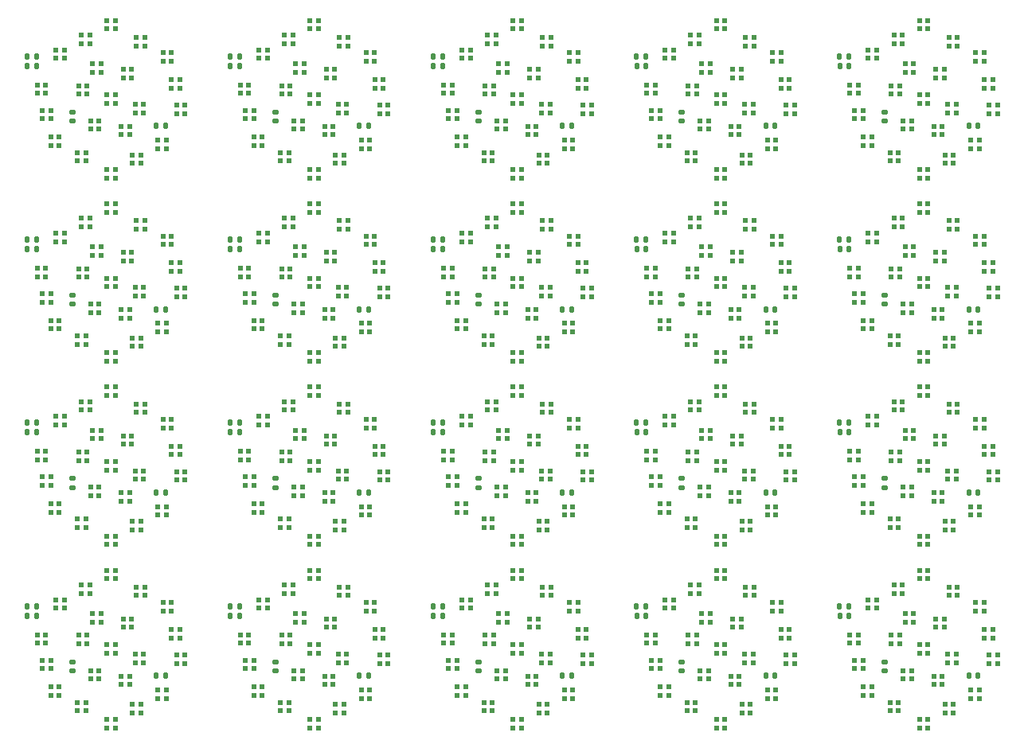
<source format=gbr>
%TF.GenerationSoftware,KiCad,Pcbnew,8.0.4*%
%TF.CreationDate,2024-10-17T13:25:31+11:00*%
%TF.ProjectId,panel,70616e65-6c2e-46b6-9963-61645f706362,rev?*%
%TF.SameCoordinates,Original*%
%TF.FileFunction,Paste,Top*%
%TF.FilePolarity,Positive*%
%FSLAX46Y46*%
G04 Gerber Fmt 4.6, Leading zero omitted, Abs format (unit mm)*
G04 Created by KiCad (PCBNEW 8.0.4) date 2024-10-17 13:25:31*
%MOMM*%
%LPD*%
G01*
G04 APERTURE LIST*
G04 Aperture macros list*
%AMRoundRect*
0 Rectangle with rounded corners*
0 $1 Rounding radius*
0 $2 $3 $4 $5 $6 $7 $8 $9 X,Y pos of 4 corners*
0 Add a 4 corners polygon primitive as box body*
4,1,4,$2,$3,$4,$5,$6,$7,$8,$9,$2,$3,0*
0 Add four circle primitives for the rounded corners*
1,1,$1+$1,$2,$3*
1,1,$1+$1,$4,$5*
1,1,$1+$1,$6,$7*
1,1,$1+$1,$8,$9*
0 Add four rect primitives between the rounded corners*
20,1,$1+$1,$2,$3,$4,$5,0*
20,1,$1+$1,$4,$5,$6,$7,0*
20,1,$1+$1,$6,$7,$8,$9,0*
20,1,$1+$1,$8,$9,$2,$3,0*%
G04 Aperture macros list end*
%ADD10RoundRect,0.140000X-0.140000X-0.170000X0.140000X-0.170000X0.140000X0.170000X-0.140000X0.170000X0*%
%ADD11R,0.500000X0.500000*%
%ADD12RoundRect,0.140000X0.170000X-0.140000X0.170000X0.140000X-0.170000X0.140000X-0.170000X-0.140000X0*%
%ADD13RoundRect,0.135000X0.135000X0.185000X-0.135000X0.185000X-0.135000X-0.185000X0.135000X-0.185000X0*%
G04 APERTURE END LIST*
D10*
%TO.C,C1*%
X95280000Y-52194000D03*
X96240000Y-52194000D03*
%TD*%
%TO.C,C2*%
X87396000Y-39102000D03*
X88356000Y-39102000D03*
%TD*%
D11*
%TO.C,D20*%
X18888928Y-40030127D03*
X19788928Y-40030127D03*
X19788928Y-39130127D03*
X18888928Y-39130127D03*
%TD*%
%TO.C,D4*%
X106875000Y-29665653D03*
X106875000Y-30565653D03*
X107775000Y-30565653D03*
X107775000Y-29665653D03*
%TD*%
%TO.C,D4*%
X85275000Y-68665653D03*
X85275000Y-69565653D03*
X86175000Y-69565653D03*
X86175000Y-68665653D03*
%TD*%
%TO.C,D21*%
X20356527Y-57200000D03*
X21256527Y-57200000D03*
X21256527Y-56300000D03*
X20356527Y-56300000D03*
%TD*%
%TO.C,D16*%
X102211072Y-33369873D03*
X103111072Y-33369873D03*
X103111072Y-32469873D03*
X102211072Y-32469873D03*
%TD*%
%TO.C,D16*%
X59011072Y-72369873D03*
X59911072Y-72369873D03*
X59911072Y-71469873D03*
X59011072Y-71469873D03*
%TD*%
%TO.C,D18*%
X103750000Y-55300000D03*
X103750000Y-56200000D03*
X104650000Y-56200000D03*
X104650000Y-55300000D03*
%TD*%
%TO.C,D5*%
X44918750Y-70307493D03*
X44918750Y-71207493D03*
X45818750Y-71207493D03*
X45818750Y-70307493D03*
%TD*%
%TO.C,D12*%
X77081250Y-41192507D03*
X77081250Y-40292507D03*
X76181250Y-40292507D03*
X76181250Y-41192507D03*
%TD*%
%TO.C,D17*%
X83880536Y-13552405D03*
X83880536Y-14452405D03*
X84780536Y-14452405D03*
X84780536Y-13552405D03*
%TD*%
%TO.C,D2*%
X101031250Y-29431105D03*
X101031250Y-30331105D03*
X101931250Y-30331105D03*
X101931250Y-29431105D03*
%TD*%
%TO.C,D19*%
X102019464Y-58047595D03*
X102019464Y-58947595D03*
X102919464Y-58947595D03*
X102919464Y-58047595D03*
%TD*%
%TO.C,D8*%
X45287500Y-21999224D03*
X45287500Y-21099224D03*
X44387500Y-21099224D03*
X44387500Y-21999224D03*
%TD*%
%TO.C,D6*%
X24225000Y-53669726D03*
X24225000Y-54569726D03*
X25125000Y-54569726D03*
X25125000Y-53669726D03*
%TD*%
D10*
%TO.C,C2*%
X22596000Y-58602000D03*
X23556000Y-58602000D03*
%TD*%
%TO.C,C2*%
X65796000Y-78102000D03*
X66756000Y-78102000D03*
%TD*%
D11*
%TO.C,D10*%
X18250000Y-83638566D03*
X18250000Y-82738566D03*
X17350000Y-82738566D03*
X17350000Y-83638566D03*
%TD*%
%TO.C,D8*%
X110087500Y-60999224D03*
X110087500Y-60099224D03*
X109187500Y-60099224D03*
X109187500Y-60999224D03*
%TD*%
D12*
%TO.C,C3*%
X13678000Y-77566000D03*
X13678000Y-76606000D03*
%TD*%
D11*
%TO.C,D6*%
X67425000Y-73169726D03*
X67425000Y-74069726D03*
X68325000Y-74069726D03*
X68325000Y-73169726D03*
%TD*%
%TO.C,D3*%
X82150000Y-66861434D03*
X82150000Y-67761434D03*
X83050000Y-67761434D03*
X83050000Y-66861434D03*
%TD*%
%TO.C,D3*%
X103750000Y-8361434D03*
X103750000Y-9261434D03*
X104650000Y-9261434D03*
X104650000Y-8361434D03*
%TD*%
%TO.C,D17*%
X19080536Y-52552405D03*
X19080536Y-53452405D03*
X19980536Y-53452405D03*
X19980536Y-52552405D03*
%TD*%
%TO.C,D5*%
X88118750Y-31307493D03*
X88118750Y-32207493D03*
X89018750Y-32207493D03*
X89018750Y-31307493D03*
%TD*%
%TO.C,D3*%
X17350000Y-8361434D03*
X17350000Y-9261434D03*
X18250000Y-9261434D03*
X18250000Y-8361434D03*
%TD*%
%TO.C,D7*%
X24756250Y-75869578D03*
X24756250Y-76769578D03*
X25656250Y-76769578D03*
X25656250Y-75869578D03*
%TD*%
%TO.C,D19*%
X80419464Y-38547595D03*
X80419464Y-39447595D03*
X81319464Y-39447595D03*
X81319464Y-38547595D03*
%TD*%
%TO.C,D18*%
X82150000Y-35800000D03*
X82150000Y-36700000D03*
X83050000Y-36700000D03*
X83050000Y-35800000D03*
%TD*%
%TO.C,D7*%
X24756250Y-56369578D03*
X24756250Y-57269578D03*
X25656250Y-57269578D03*
X25656250Y-56369578D03*
%TD*%
%TO.C,D19*%
X37219464Y-38547595D03*
X37219464Y-39447595D03*
X38119464Y-39447595D03*
X38119464Y-38547595D03*
%TD*%
%TO.C,D8*%
X66887500Y-80499224D03*
X66887500Y-79599224D03*
X65987500Y-79599224D03*
X65987500Y-80499224D03*
%TD*%
D13*
%TO.C,R1*%
X9870000Y-70678000D03*
X8850000Y-70678000D03*
%TD*%
D11*
%TO.C,D10*%
X83050000Y-25138566D03*
X83050000Y-24238566D03*
X82150000Y-24238566D03*
X82150000Y-25138566D03*
%TD*%
%TO.C,D17*%
X19080536Y-13552405D03*
X19080536Y-14452405D03*
X19980536Y-14452405D03*
X19980536Y-13552405D03*
%TD*%
%TO.C,D9*%
X107368750Y-82068895D03*
X107368750Y-81168895D03*
X106468750Y-81168895D03*
X106468750Y-82068895D03*
%TD*%
%TO.C,D17*%
X105480536Y-13552405D03*
X105480536Y-14452405D03*
X106380536Y-14452405D03*
X106380536Y-13552405D03*
%TD*%
%TO.C,D10*%
X83050000Y-64138566D03*
X83050000Y-63238566D03*
X82150000Y-63238566D03*
X82150000Y-64138566D03*
%TD*%
%TO.C,D21*%
X106756527Y-57200000D03*
X107656527Y-57200000D03*
X107656527Y-56300000D03*
X106756527Y-56300000D03*
%TD*%
D13*
%TO.C,R1*%
X31470000Y-70678000D03*
X30450000Y-70678000D03*
%TD*%
D11*
%TO.C,D14*%
X10843750Y-55130422D03*
X10843750Y-54230422D03*
X9943750Y-54230422D03*
X9943750Y-55130422D03*
%TD*%
D10*
%TO.C,C1*%
X30480000Y-32694000D03*
X31440000Y-32694000D03*
%TD*%
D11*
%TO.C,D5*%
X88118750Y-50807493D03*
X88118750Y-51707493D03*
X89018750Y-51707493D03*
X89018750Y-50807493D03*
%TD*%
%TO.C,D4*%
X63675000Y-29665653D03*
X63675000Y-30565653D03*
X64575000Y-30565653D03*
X64575000Y-29665653D03*
%TD*%
%TO.C,D1*%
X33512500Y-31000776D03*
X33512500Y-31900776D03*
X34412500Y-31900776D03*
X34412500Y-31000776D03*
%TD*%
%TO.C,D12*%
X33881250Y-41192507D03*
X33881250Y-40292507D03*
X32981250Y-40292507D03*
X32981250Y-41192507D03*
%TD*%
%TO.C,D8*%
X66887500Y-21999224D03*
X66887500Y-21099224D03*
X65987500Y-21099224D03*
X65987500Y-21999224D03*
%TD*%
%TO.C,D16*%
X15811072Y-33369873D03*
X16711072Y-33369873D03*
X16711072Y-32469873D03*
X15811072Y-32469873D03*
%TD*%
D10*
%TO.C,C2*%
X108996000Y-78102000D03*
X109956000Y-78102000D03*
%TD*%
D11*
%TO.C,D11*%
X79925000Y-81834347D03*
X79925000Y-80934347D03*
X79025000Y-80934347D03*
X79025000Y-81834347D03*
%TD*%
%TO.C,D11*%
X101525000Y-81834347D03*
X101525000Y-80934347D03*
X100625000Y-80934347D03*
X100625000Y-81834347D03*
%TD*%
D10*
%TO.C,C2*%
X44196000Y-58602000D03*
X45156000Y-58602000D03*
%TD*%
D11*
%TO.C,D20*%
X105288928Y-40030127D03*
X106188928Y-40030127D03*
X106188928Y-39130127D03*
X105288928Y-39130127D03*
%TD*%
%TO.C,D5*%
X109718750Y-70307493D03*
X109718750Y-71207493D03*
X110618750Y-71207493D03*
X110618750Y-70307493D03*
%TD*%
D13*
%TO.C,R1*%
X31470000Y-31678000D03*
X30450000Y-31678000D03*
%TD*%
D11*
%TO.C,D9*%
X20968750Y-43068895D03*
X20968750Y-42168895D03*
X20068750Y-42168895D03*
X20068750Y-43068895D03*
%TD*%
%TO.C,D14*%
X32443750Y-16130422D03*
X32443750Y-15230422D03*
X31543750Y-15230422D03*
X31543750Y-16130422D03*
%TD*%
%TO.C,D15*%
X14343473Y-35700000D03*
X15243473Y-35700000D03*
X15243473Y-34800000D03*
X14343473Y-34800000D03*
%TD*%
%TO.C,D20*%
X62088928Y-20530127D03*
X62988928Y-20530127D03*
X62988928Y-19630127D03*
X62088928Y-19630127D03*
%TD*%
%TO.C,D2*%
X14631250Y-9931105D03*
X14631250Y-10831105D03*
X15531250Y-10831105D03*
X15531250Y-9931105D03*
%TD*%
%TO.C,D13*%
X11375000Y-77330274D03*
X11375000Y-76430274D03*
X10475000Y-76430274D03*
X10475000Y-77330274D03*
%TD*%
%TO.C,D2*%
X79431250Y-29431105D03*
X79431250Y-30331105D03*
X80331250Y-30331105D03*
X80331250Y-29431105D03*
%TD*%
%TO.C,D3*%
X82150000Y-47361434D03*
X82150000Y-48261434D03*
X83050000Y-48261434D03*
X83050000Y-47361434D03*
%TD*%
%TO.C,D12*%
X98681250Y-21692507D03*
X98681250Y-20792507D03*
X97781250Y-20792507D03*
X97781250Y-21692507D03*
%TD*%
%TO.C,D6*%
X24225000Y-34169726D03*
X24225000Y-35069726D03*
X25125000Y-35069726D03*
X25125000Y-34169726D03*
%TD*%
%TO.C,D16*%
X102211072Y-13869873D03*
X103111072Y-13869873D03*
X103111072Y-12969873D03*
X102211072Y-12969873D03*
%TD*%
%TO.C,D15*%
X35943473Y-16200000D03*
X36843473Y-16200000D03*
X36843473Y-15300000D03*
X35943473Y-15300000D03*
%TD*%
%TO.C,D5*%
X23318750Y-31307493D03*
X23318750Y-32207493D03*
X24218750Y-32207493D03*
X24218750Y-31307493D03*
%TD*%
%TO.C,D7*%
X111156250Y-56369578D03*
X111156250Y-57269578D03*
X112056250Y-57269578D03*
X112056250Y-56369578D03*
%TD*%
%TO.C,D13*%
X11375000Y-57830274D03*
X11375000Y-56930274D03*
X10475000Y-56930274D03*
X10475000Y-57830274D03*
%TD*%
%TO.C,D11*%
X101525000Y-62334347D03*
X101525000Y-61434347D03*
X100625000Y-61434347D03*
X100625000Y-62334347D03*
%TD*%
%TO.C,D13*%
X11375000Y-38330274D03*
X11375000Y-37430274D03*
X10475000Y-37430274D03*
X10475000Y-38330274D03*
%TD*%
%TO.C,D7*%
X46356250Y-56369578D03*
X46356250Y-57269578D03*
X47256250Y-57269578D03*
X47256250Y-56369578D03*
%TD*%
%TO.C,D4*%
X106875000Y-68665653D03*
X106875000Y-69565653D03*
X107775000Y-69565653D03*
X107775000Y-68665653D03*
%TD*%
%TO.C,D8*%
X88487500Y-41499224D03*
X88487500Y-40599224D03*
X87587500Y-40599224D03*
X87587500Y-41499224D03*
%TD*%
%TO.C,D21*%
X106756527Y-18200000D03*
X107656527Y-18200000D03*
X107656527Y-17300000D03*
X106756527Y-17300000D03*
%TD*%
%TO.C,D18*%
X103750000Y-35800000D03*
X103750000Y-36700000D03*
X104650000Y-36700000D03*
X104650000Y-35800000D03*
%TD*%
%TO.C,D15*%
X57543473Y-74700000D03*
X58443473Y-74700000D03*
X58443473Y-73800000D03*
X57543473Y-73800000D03*
%TD*%
%TO.C,D9*%
X20968750Y-62568895D03*
X20968750Y-61668895D03*
X20068750Y-61668895D03*
X20068750Y-62568895D03*
%TD*%
%TO.C,D7*%
X67956250Y-17369578D03*
X67956250Y-18269578D03*
X68856250Y-18269578D03*
X68856250Y-17369578D03*
%TD*%
%TO.C,D21*%
X63556527Y-57200000D03*
X64456527Y-57200000D03*
X64456527Y-56300000D03*
X63556527Y-56300000D03*
%TD*%
%TO.C,D18*%
X38950000Y-16300000D03*
X38950000Y-17200000D03*
X39850000Y-17200000D03*
X39850000Y-16300000D03*
%TD*%
%TO.C,D21*%
X20356527Y-18200000D03*
X21256527Y-18200000D03*
X21256527Y-17300000D03*
X20356527Y-17300000D03*
%TD*%
%TO.C,D6*%
X67425000Y-34169726D03*
X67425000Y-35069726D03*
X68325000Y-35069726D03*
X68325000Y-34169726D03*
%TD*%
%TO.C,D19*%
X58819464Y-19047595D03*
X58819464Y-19947595D03*
X59719464Y-19947595D03*
X59719464Y-19047595D03*
%TD*%
%TO.C,D3*%
X60550000Y-27861434D03*
X60550000Y-28761434D03*
X61450000Y-28761434D03*
X61450000Y-27861434D03*
%TD*%
%TO.C,D14*%
X97243750Y-55130422D03*
X97243750Y-54230422D03*
X96343750Y-54230422D03*
X96343750Y-55130422D03*
%TD*%
%TO.C,D2*%
X79431250Y-9931105D03*
X79431250Y-10831105D03*
X80331250Y-10831105D03*
X80331250Y-9931105D03*
%TD*%
%TO.C,D1*%
X98312500Y-31000776D03*
X98312500Y-31900776D03*
X99212500Y-31900776D03*
X99212500Y-31000776D03*
%TD*%
%TO.C,D16*%
X15811072Y-52869873D03*
X16711072Y-52869873D03*
X16711072Y-51969873D03*
X15811072Y-51969873D03*
%TD*%
%TO.C,D5*%
X109718750Y-31307493D03*
X109718750Y-32207493D03*
X110618750Y-32207493D03*
X110618750Y-31307493D03*
%TD*%
%TO.C,D16*%
X37411072Y-52869873D03*
X38311072Y-52869873D03*
X38311072Y-51969873D03*
X37411072Y-51969873D03*
%TD*%
%TO.C,D8*%
X110087500Y-41499224D03*
X110087500Y-40599224D03*
X109187500Y-40599224D03*
X109187500Y-41499224D03*
%TD*%
%TO.C,D17*%
X19080536Y-33052405D03*
X19080536Y-33952405D03*
X19980536Y-33952405D03*
X19980536Y-33052405D03*
%TD*%
%TO.C,D1*%
X55112500Y-70000776D03*
X55112500Y-70900776D03*
X56012500Y-70900776D03*
X56012500Y-70000776D03*
%TD*%
%TO.C,D19*%
X102019464Y-19047595D03*
X102019464Y-19947595D03*
X102919464Y-19947595D03*
X102919464Y-19047595D03*
%TD*%
D12*
%TO.C,C3*%
X100078000Y-58066000D03*
X100078000Y-57106000D03*
%TD*%
D11*
%TO.C,D1*%
X76712500Y-50500776D03*
X76712500Y-51400776D03*
X77612500Y-51400776D03*
X77612500Y-50500776D03*
%TD*%
%TO.C,D16*%
X15811072Y-13869873D03*
X16711072Y-13869873D03*
X16711072Y-12969873D03*
X15811072Y-12969873D03*
%TD*%
D10*
%TO.C,C2*%
X108996000Y-19602000D03*
X109956000Y-19602000D03*
%TD*%
D11*
%TO.C,D9*%
X20968750Y-23568895D03*
X20968750Y-22668895D03*
X20068750Y-22668895D03*
X20068750Y-23568895D03*
%TD*%
D10*
%TO.C,C1*%
X95280000Y-13194000D03*
X96240000Y-13194000D03*
%TD*%
D11*
%TO.C,D11*%
X58325000Y-42834347D03*
X58325000Y-41934347D03*
X57425000Y-41934347D03*
X57425000Y-42834347D03*
%TD*%
%TO.C,D21*%
X20356527Y-37700000D03*
X21256527Y-37700000D03*
X21256527Y-36800000D03*
X20356527Y-36800000D03*
%TD*%
%TO.C,D11*%
X36725000Y-23334347D03*
X36725000Y-22434347D03*
X35825000Y-22434347D03*
X35825000Y-23334347D03*
%TD*%
%TO.C,D6*%
X110625000Y-34169726D03*
X110625000Y-35069726D03*
X111525000Y-35069726D03*
X111525000Y-34169726D03*
%TD*%
%TO.C,D6*%
X67425000Y-53669726D03*
X67425000Y-54569726D03*
X68325000Y-54569726D03*
X68325000Y-53669726D03*
%TD*%
%TO.C,D3*%
X103750000Y-27861434D03*
X103750000Y-28761434D03*
X104650000Y-28761434D03*
X104650000Y-27861434D03*
%TD*%
D12*
%TO.C,C3*%
X78478000Y-38566000D03*
X78478000Y-37606000D03*
%TD*%
D11*
%TO.C,D20*%
X62088928Y-79030127D03*
X62988928Y-79030127D03*
X62988928Y-78130127D03*
X62088928Y-78130127D03*
%TD*%
%TO.C,D17*%
X62280536Y-72052405D03*
X62280536Y-72952405D03*
X63180536Y-72952405D03*
X63180536Y-72052405D03*
%TD*%
%TO.C,D17*%
X62280536Y-33052405D03*
X62280536Y-33952405D03*
X63180536Y-33952405D03*
X63180536Y-33052405D03*
%TD*%
%TO.C,D12*%
X12281250Y-41192507D03*
X12281250Y-40292507D03*
X11381250Y-40292507D03*
X11381250Y-41192507D03*
%TD*%
D10*
%TO.C,C2*%
X44196000Y-39102000D03*
X45156000Y-39102000D03*
%TD*%
D11*
%TO.C,D19*%
X37219464Y-58047595D03*
X37219464Y-58947595D03*
X38119464Y-58947595D03*
X38119464Y-58047595D03*
%TD*%
D10*
%TO.C,C2*%
X108996000Y-58602000D03*
X109956000Y-58602000D03*
%TD*%
D11*
%TO.C,D21*%
X85156527Y-18200000D03*
X86056527Y-18200000D03*
X86056527Y-17300000D03*
X85156527Y-17300000D03*
%TD*%
%TO.C,D5*%
X88118750Y-70307493D03*
X88118750Y-71207493D03*
X89018750Y-71207493D03*
X89018750Y-70307493D03*
%TD*%
%TO.C,D20*%
X62088928Y-59530127D03*
X62988928Y-59530127D03*
X62988928Y-58630127D03*
X62088928Y-58630127D03*
%TD*%
%TO.C,D4*%
X85275000Y-10165653D03*
X85275000Y-11065653D03*
X86175000Y-11065653D03*
X86175000Y-10165653D03*
%TD*%
D13*
%TO.C,R1*%
X96270000Y-51178000D03*
X95250000Y-51178000D03*
%TD*%
D11*
%TO.C,D16*%
X80611072Y-13869873D03*
X81511072Y-13869873D03*
X81511072Y-12969873D03*
X80611072Y-12969873D03*
%TD*%
%TO.C,D3*%
X60550000Y-8361434D03*
X60550000Y-9261434D03*
X61450000Y-9261434D03*
X61450000Y-8361434D03*
%TD*%
%TO.C,D5*%
X66518750Y-11807493D03*
X66518750Y-12707493D03*
X67418750Y-12707493D03*
X67418750Y-11807493D03*
%TD*%
%TO.C,D17*%
X83880536Y-52552405D03*
X83880536Y-53452405D03*
X84780536Y-53452405D03*
X84780536Y-52552405D03*
%TD*%
%TO.C,D8*%
X88487500Y-60999224D03*
X88487500Y-60099224D03*
X87587500Y-60099224D03*
X87587500Y-60999224D03*
%TD*%
%TO.C,D15*%
X79143473Y-55200000D03*
X80043473Y-55200000D03*
X80043473Y-54300000D03*
X79143473Y-54300000D03*
%TD*%
%TO.C,D10*%
X39850000Y-25138566D03*
X39850000Y-24238566D03*
X38950000Y-24238566D03*
X38950000Y-25138566D03*
%TD*%
%TO.C,D5*%
X23318750Y-50807493D03*
X23318750Y-51707493D03*
X24218750Y-51707493D03*
X24218750Y-50807493D03*
%TD*%
D12*
%TO.C,C3*%
X100078000Y-38566000D03*
X100078000Y-37606000D03*
%TD*%
D11*
%TO.C,D8*%
X88487500Y-21999224D03*
X88487500Y-21099224D03*
X87587500Y-21099224D03*
X87587500Y-21999224D03*
%TD*%
%TO.C,D8*%
X88487500Y-80499224D03*
X88487500Y-79599224D03*
X87587500Y-79599224D03*
X87587500Y-80499224D03*
%TD*%
%TO.C,D15*%
X14343473Y-16200000D03*
X15243473Y-16200000D03*
X15243473Y-15300000D03*
X14343473Y-15300000D03*
%TD*%
D10*
%TO.C,C1*%
X52080000Y-71694000D03*
X53040000Y-71694000D03*
%TD*%
D11*
%TO.C,D20*%
X83688928Y-20530127D03*
X84588928Y-20530127D03*
X84588928Y-19630127D03*
X83688928Y-19630127D03*
%TD*%
D12*
%TO.C,C3*%
X35278000Y-19066000D03*
X35278000Y-18106000D03*
%TD*%
D11*
%TO.C,D21*%
X63556527Y-37700000D03*
X64456527Y-37700000D03*
X64456527Y-36800000D03*
X63556527Y-36800000D03*
%TD*%
D10*
%TO.C,C2*%
X87396000Y-58602000D03*
X88356000Y-58602000D03*
%TD*%
D11*
%TO.C,D15*%
X100743473Y-16200000D03*
X101643473Y-16200000D03*
X101643473Y-15300000D03*
X100743473Y-15300000D03*
%TD*%
%TO.C,D7*%
X111156250Y-36869578D03*
X111156250Y-37769578D03*
X112056250Y-37769578D03*
X112056250Y-36869578D03*
%TD*%
%TO.C,D1*%
X33512500Y-70000776D03*
X33512500Y-70900776D03*
X34412500Y-70900776D03*
X34412500Y-70000776D03*
%TD*%
%TO.C,D18*%
X17350000Y-74800000D03*
X17350000Y-75700000D03*
X18250000Y-75700000D03*
X18250000Y-74800000D03*
%TD*%
%TO.C,D9*%
X64168750Y-62568895D03*
X64168750Y-61668895D03*
X63268750Y-61668895D03*
X63268750Y-62568895D03*
%TD*%
%TO.C,D9*%
X107368750Y-23568895D03*
X107368750Y-22668895D03*
X106468750Y-22668895D03*
X106468750Y-23568895D03*
%TD*%
%TO.C,D6*%
X45825000Y-34169726D03*
X45825000Y-35069726D03*
X46725000Y-35069726D03*
X46725000Y-34169726D03*
%TD*%
%TO.C,D9*%
X85768750Y-23568895D03*
X85768750Y-22668895D03*
X84868750Y-22668895D03*
X84868750Y-23568895D03*
%TD*%
%TO.C,D12*%
X77081250Y-60692507D03*
X77081250Y-59792507D03*
X76181250Y-59792507D03*
X76181250Y-60692507D03*
%TD*%
%TO.C,D19*%
X37219464Y-19047595D03*
X37219464Y-19947595D03*
X38119464Y-19947595D03*
X38119464Y-19047595D03*
%TD*%
%TO.C,D20*%
X40488928Y-20530127D03*
X41388928Y-20530127D03*
X41388928Y-19630127D03*
X40488928Y-19630127D03*
%TD*%
D13*
%TO.C,R1*%
X53070000Y-31678000D03*
X52050000Y-31678000D03*
%TD*%
D11*
%TO.C,D15*%
X35943473Y-55200000D03*
X36843473Y-55200000D03*
X36843473Y-54300000D03*
X35943473Y-54300000D03*
%TD*%
%TO.C,D1*%
X98312500Y-11500776D03*
X98312500Y-12400776D03*
X99212500Y-12400776D03*
X99212500Y-11500776D03*
%TD*%
%TO.C,D6*%
X89025000Y-53669726D03*
X89025000Y-54569726D03*
X89925000Y-54569726D03*
X89925000Y-53669726D03*
%TD*%
%TO.C,D14*%
X54043750Y-16130422D03*
X54043750Y-15230422D03*
X53143750Y-15230422D03*
X53143750Y-16130422D03*
%TD*%
%TO.C,D9*%
X107368750Y-43068895D03*
X107368750Y-42168895D03*
X106468750Y-42168895D03*
X106468750Y-43068895D03*
%TD*%
%TO.C,D10*%
X83050000Y-44638566D03*
X83050000Y-43738566D03*
X82150000Y-43738566D03*
X82150000Y-44638566D03*
%TD*%
%TO.C,D21*%
X63556527Y-76700000D03*
X64456527Y-76700000D03*
X64456527Y-75800000D03*
X63556527Y-75800000D03*
%TD*%
%TO.C,D1*%
X76712500Y-31000776D03*
X76712500Y-31900776D03*
X77612500Y-31900776D03*
X77612500Y-31000776D03*
%TD*%
%TO.C,D5*%
X66518750Y-50807493D03*
X66518750Y-51707493D03*
X67418750Y-51707493D03*
X67418750Y-50807493D03*
%TD*%
%TO.C,D5*%
X66518750Y-31307493D03*
X66518750Y-32207493D03*
X67418750Y-32207493D03*
X67418750Y-31307493D03*
%TD*%
%TO.C,D8*%
X23687500Y-80499224D03*
X23687500Y-79599224D03*
X22787500Y-79599224D03*
X22787500Y-80499224D03*
%TD*%
%TO.C,D1*%
X11912500Y-50500776D03*
X11912500Y-51400776D03*
X12812500Y-51400776D03*
X12812500Y-50500776D03*
%TD*%
D10*
%TO.C,C1*%
X8880000Y-32694000D03*
X9840000Y-32694000D03*
%TD*%
D11*
%TO.C,D18*%
X38950000Y-35800000D03*
X38950000Y-36700000D03*
X39850000Y-36700000D03*
X39850000Y-35800000D03*
%TD*%
%TO.C,D17*%
X105480536Y-52552405D03*
X105480536Y-53452405D03*
X106380536Y-53452405D03*
X106380536Y-52552405D03*
%TD*%
%TO.C,D14*%
X97243750Y-35630422D03*
X97243750Y-34730422D03*
X96343750Y-34730422D03*
X96343750Y-35630422D03*
%TD*%
%TO.C,D10*%
X39850000Y-44638566D03*
X39850000Y-43738566D03*
X38950000Y-43738566D03*
X38950000Y-44638566D03*
%TD*%
%TO.C,D6*%
X67425000Y-14669726D03*
X67425000Y-15569726D03*
X68325000Y-15569726D03*
X68325000Y-14669726D03*
%TD*%
%TO.C,D10*%
X104650000Y-64138566D03*
X104650000Y-63238566D03*
X103750000Y-63238566D03*
X103750000Y-64138566D03*
%TD*%
D10*
%TO.C,C1*%
X73680000Y-52194000D03*
X74640000Y-52194000D03*
%TD*%
D11*
%TO.C,D14*%
X32443750Y-74630422D03*
X32443750Y-73730422D03*
X31543750Y-73730422D03*
X31543750Y-74630422D03*
%TD*%
%TO.C,D16*%
X80611072Y-52869873D03*
X81511072Y-52869873D03*
X81511072Y-51969873D03*
X80611072Y-51969873D03*
%TD*%
%TO.C,D21*%
X41956527Y-76700000D03*
X42856527Y-76700000D03*
X42856527Y-75800000D03*
X41956527Y-75800000D03*
%TD*%
%TO.C,D19*%
X80419464Y-58047595D03*
X80419464Y-58947595D03*
X81319464Y-58947595D03*
X81319464Y-58047595D03*
%TD*%
%TO.C,D18*%
X82150000Y-55300000D03*
X82150000Y-56200000D03*
X83050000Y-56200000D03*
X83050000Y-55300000D03*
%TD*%
%TO.C,D17*%
X83880536Y-72052405D03*
X83880536Y-72952405D03*
X84780536Y-72952405D03*
X84780536Y-72052405D03*
%TD*%
D13*
%TO.C,R1*%
X96270000Y-31678000D03*
X95250000Y-31678000D03*
%TD*%
D11*
%TO.C,D19*%
X15619464Y-38547595D03*
X15619464Y-39447595D03*
X16519464Y-39447595D03*
X16519464Y-38547595D03*
%TD*%
%TO.C,D14*%
X32443750Y-55130422D03*
X32443750Y-54230422D03*
X31543750Y-54230422D03*
X31543750Y-55130422D03*
%TD*%
%TO.C,D8*%
X23687500Y-60999224D03*
X23687500Y-60099224D03*
X22787500Y-60099224D03*
X22787500Y-60999224D03*
%TD*%
%TO.C,D3*%
X38950000Y-27861434D03*
X38950000Y-28761434D03*
X39850000Y-28761434D03*
X39850000Y-27861434D03*
%TD*%
D10*
%TO.C,C1*%
X52080000Y-13194000D03*
X53040000Y-13194000D03*
%TD*%
D11*
%TO.C,D9*%
X85768750Y-43068895D03*
X85768750Y-42168895D03*
X84868750Y-42168895D03*
X84868750Y-43068895D03*
%TD*%
%TO.C,D13*%
X32975000Y-57830274D03*
X32975000Y-56930274D03*
X32075000Y-56930274D03*
X32075000Y-57830274D03*
%TD*%
D10*
%TO.C,C1*%
X8880000Y-52194000D03*
X9840000Y-52194000D03*
%TD*%
D11*
%TO.C,D17*%
X83880536Y-33052405D03*
X83880536Y-33952405D03*
X84780536Y-33952405D03*
X84780536Y-33052405D03*
%TD*%
%TO.C,D2*%
X14631250Y-48931105D03*
X14631250Y-49831105D03*
X15531250Y-49831105D03*
X15531250Y-48931105D03*
%TD*%
%TO.C,D18*%
X38950000Y-55300000D03*
X38950000Y-56200000D03*
X39850000Y-56200000D03*
X39850000Y-55300000D03*
%TD*%
%TO.C,D12*%
X33881250Y-21692507D03*
X33881250Y-20792507D03*
X32981250Y-20792507D03*
X32981250Y-21692507D03*
%TD*%
D12*
%TO.C,C3*%
X56878000Y-19066000D03*
X56878000Y-18106000D03*
%TD*%
D11*
%TO.C,D19*%
X80419464Y-19047595D03*
X80419464Y-19947595D03*
X81319464Y-19947595D03*
X81319464Y-19047595D03*
%TD*%
%TO.C,D13*%
X11375000Y-18830274D03*
X11375000Y-17930274D03*
X10475000Y-17930274D03*
X10475000Y-18830274D03*
%TD*%
%TO.C,D12*%
X98681250Y-80192507D03*
X98681250Y-79292507D03*
X97781250Y-79292507D03*
X97781250Y-80192507D03*
%TD*%
%TO.C,D14*%
X97243750Y-16130422D03*
X97243750Y-15230422D03*
X96343750Y-15230422D03*
X96343750Y-16130422D03*
%TD*%
%TO.C,D17*%
X62280536Y-52552405D03*
X62280536Y-53452405D03*
X63180536Y-53452405D03*
X63180536Y-52552405D03*
%TD*%
D10*
%TO.C,C2*%
X108996000Y-39102000D03*
X109956000Y-39102000D03*
%TD*%
D11*
%TO.C,D7*%
X46356250Y-36869578D03*
X46356250Y-37769578D03*
X47256250Y-37769578D03*
X47256250Y-36869578D03*
%TD*%
%TO.C,D12*%
X33881250Y-60692507D03*
X33881250Y-59792507D03*
X32981250Y-59792507D03*
X32981250Y-60692507D03*
%TD*%
%TO.C,D3*%
X60550000Y-66861434D03*
X60550000Y-67761434D03*
X61450000Y-67761434D03*
X61450000Y-66861434D03*
%TD*%
%TO.C,D10*%
X39850000Y-64138566D03*
X39850000Y-63238566D03*
X38950000Y-63238566D03*
X38950000Y-64138566D03*
%TD*%
%TO.C,D21*%
X85156527Y-37700000D03*
X86056527Y-37700000D03*
X86056527Y-36800000D03*
X85156527Y-36800000D03*
%TD*%
%TO.C,D13*%
X97775000Y-57830274D03*
X97775000Y-56930274D03*
X96875000Y-56930274D03*
X96875000Y-57830274D03*
%TD*%
%TO.C,D4*%
X106875000Y-49165653D03*
X106875000Y-50065653D03*
X107775000Y-50065653D03*
X107775000Y-49165653D03*
%TD*%
%TO.C,D18*%
X17350000Y-35800000D03*
X17350000Y-36700000D03*
X18250000Y-36700000D03*
X18250000Y-35800000D03*
%TD*%
%TO.C,D20*%
X40488928Y-79030127D03*
X41388928Y-79030127D03*
X41388928Y-78130127D03*
X40488928Y-78130127D03*
%TD*%
D12*
%TO.C,C3*%
X13678000Y-38566000D03*
X13678000Y-37606000D03*
%TD*%
D11*
%TO.C,D2*%
X79431250Y-68431105D03*
X79431250Y-69331105D03*
X80331250Y-69331105D03*
X80331250Y-68431105D03*
%TD*%
%TO.C,D4*%
X20475000Y-68665653D03*
X20475000Y-69565653D03*
X21375000Y-69565653D03*
X21375000Y-68665653D03*
%TD*%
%TO.C,D19*%
X58819464Y-38547595D03*
X58819464Y-39447595D03*
X59719464Y-39447595D03*
X59719464Y-38547595D03*
%TD*%
D13*
%TO.C,R1*%
X9870000Y-12178000D03*
X8850000Y-12178000D03*
%TD*%
D11*
%TO.C,D8*%
X66887500Y-41499224D03*
X66887500Y-40599224D03*
X65987500Y-40599224D03*
X65987500Y-41499224D03*
%TD*%
%TO.C,D1*%
X98312500Y-70000776D03*
X98312500Y-70900776D03*
X99212500Y-70900776D03*
X99212500Y-70000776D03*
%TD*%
D10*
%TO.C,C1*%
X8880000Y-71694000D03*
X9840000Y-71694000D03*
%TD*%
D12*
%TO.C,C3*%
X78478000Y-19066000D03*
X78478000Y-18106000D03*
%TD*%
D11*
%TO.C,D7*%
X89556250Y-75869578D03*
X89556250Y-76769578D03*
X90456250Y-76769578D03*
X90456250Y-75869578D03*
%TD*%
%TO.C,D14*%
X54043750Y-35630422D03*
X54043750Y-34730422D03*
X53143750Y-34730422D03*
X53143750Y-35630422D03*
%TD*%
%TO.C,D1*%
X11912500Y-31000776D03*
X11912500Y-31900776D03*
X12812500Y-31900776D03*
X12812500Y-31000776D03*
%TD*%
%TO.C,D8*%
X45287500Y-80499224D03*
X45287500Y-79599224D03*
X44387500Y-79599224D03*
X44387500Y-80499224D03*
%TD*%
%TO.C,D15*%
X57543473Y-55200000D03*
X58443473Y-55200000D03*
X58443473Y-54300000D03*
X57543473Y-54300000D03*
%TD*%
%TO.C,D10*%
X61450000Y-25138566D03*
X61450000Y-24238566D03*
X60550000Y-24238566D03*
X60550000Y-25138566D03*
%TD*%
%TO.C,D6*%
X110625000Y-53669726D03*
X110625000Y-54569726D03*
X111525000Y-54569726D03*
X111525000Y-53669726D03*
%TD*%
%TO.C,D13*%
X54575000Y-77330274D03*
X54575000Y-76430274D03*
X53675000Y-76430274D03*
X53675000Y-77330274D03*
%TD*%
%TO.C,D4*%
X85275000Y-49165653D03*
X85275000Y-50065653D03*
X86175000Y-50065653D03*
X86175000Y-49165653D03*
%TD*%
D10*
%TO.C,C1*%
X73680000Y-71694000D03*
X74640000Y-71694000D03*
%TD*%
D11*
%TO.C,D11*%
X15125000Y-81834347D03*
X15125000Y-80934347D03*
X14225000Y-80934347D03*
X14225000Y-81834347D03*
%TD*%
%TO.C,D18*%
X60550000Y-16300000D03*
X60550000Y-17200000D03*
X61450000Y-17200000D03*
X61450000Y-16300000D03*
%TD*%
%TO.C,D18*%
X38950000Y-74800000D03*
X38950000Y-75700000D03*
X39850000Y-75700000D03*
X39850000Y-74800000D03*
%TD*%
%TO.C,D21*%
X41956527Y-57200000D03*
X42856527Y-57200000D03*
X42856527Y-56300000D03*
X41956527Y-56300000D03*
%TD*%
%TO.C,D16*%
X80611072Y-33369873D03*
X81511072Y-33369873D03*
X81511072Y-32469873D03*
X80611072Y-32469873D03*
%TD*%
%TO.C,D11*%
X36725000Y-62334347D03*
X36725000Y-61434347D03*
X35825000Y-61434347D03*
X35825000Y-62334347D03*
%TD*%
%TO.C,D10*%
X104650000Y-25138566D03*
X104650000Y-24238566D03*
X103750000Y-24238566D03*
X103750000Y-25138566D03*
%TD*%
%TO.C,D1*%
X33512500Y-11500776D03*
X33512500Y-12400776D03*
X34412500Y-12400776D03*
X34412500Y-11500776D03*
%TD*%
D13*
%TO.C,R1*%
X74670000Y-31678000D03*
X73650000Y-31678000D03*
%TD*%
D12*
%TO.C,C3*%
X13678000Y-19066000D03*
X13678000Y-18106000D03*
%TD*%
D11*
%TO.C,D18*%
X17350000Y-16300000D03*
X17350000Y-17200000D03*
X18250000Y-17200000D03*
X18250000Y-16300000D03*
%TD*%
%TO.C,D9*%
X64168750Y-43068895D03*
X64168750Y-42168895D03*
X63268750Y-42168895D03*
X63268750Y-43068895D03*
%TD*%
%TO.C,D13*%
X54575000Y-57830274D03*
X54575000Y-56930274D03*
X53675000Y-56930274D03*
X53675000Y-57830274D03*
%TD*%
%TO.C,D17*%
X40680536Y-13552405D03*
X40680536Y-14452405D03*
X41580536Y-14452405D03*
X41580536Y-13552405D03*
%TD*%
%TO.C,D13*%
X97775000Y-77330274D03*
X97775000Y-76430274D03*
X96875000Y-76430274D03*
X96875000Y-77330274D03*
%TD*%
%TO.C,D2*%
X57831250Y-48931105D03*
X57831250Y-49831105D03*
X58731250Y-49831105D03*
X58731250Y-48931105D03*
%TD*%
%TO.C,D11*%
X58325000Y-23334347D03*
X58325000Y-22434347D03*
X57425000Y-22434347D03*
X57425000Y-23334347D03*
%TD*%
%TO.C,D11*%
X15125000Y-42834347D03*
X15125000Y-41934347D03*
X14225000Y-41934347D03*
X14225000Y-42834347D03*
%TD*%
%TO.C,D11*%
X79925000Y-23334347D03*
X79925000Y-22434347D03*
X79025000Y-22434347D03*
X79025000Y-23334347D03*
%TD*%
%TO.C,D13*%
X32975000Y-38330274D03*
X32975000Y-37430274D03*
X32075000Y-37430274D03*
X32075000Y-38330274D03*
%TD*%
%TO.C,D10*%
X61450000Y-64138566D03*
X61450000Y-63238566D03*
X60550000Y-63238566D03*
X60550000Y-64138566D03*
%TD*%
%TO.C,D10*%
X18250000Y-44638566D03*
X18250000Y-43738566D03*
X17350000Y-43738566D03*
X17350000Y-44638566D03*
%TD*%
%TO.C,D20*%
X18888928Y-20530127D03*
X19788928Y-20530127D03*
X19788928Y-19630127D03*
X18888928Y-19630127D03*
%TD*%
%TO.C,D7*%
X24756250Y-36869578D03*
X24756250Y-37769578D03*
X25656250Y-37769578D03*
X25656250Y-36869578D03*
%TD*%
%TO.C,D16*%
X80611072Y-72369873D03*
X81511072Y-72369873D03*
X81511072Y-71469873D03*
X80611072Y-71469873D03*
%TD*%
%TO.C,D14*%
X54043750Y-74630422D03*
X54043750Y-73730422D03*
X53143750Y-73730422D03*
X53143750Y-74630422D03*
%TD*%
%TO.C,D12*%
X12281250Y-60692507D03*
X12281250Y-59792507D03*
X11381250Y-59792507D03*
X11381250Y-60692507D03*
%TD*%
%TO.C,D5*%
X44918750Y-11807493D03*
X44918750Y-12707493D03*
X45818750Y-12707493D03*
X45818750Y-11807493D03*
%TD*%
%TO.C,D10*%
X61450000Y-44638566D03*
X61450000Y-43738566D03*
X60550000Y-43738566D03*
X60550000Y-44638566D03*
%TD*%
%TO.C,D7*%
X67956250Y-75869578D03*
X67956250Y-76769578D03*
X68856250Y-76769578D03*
X68856250Y-75869578D03*
%TD*%
%TO.C,D8*%
X23687500Y-41499224D03*
X23687500Y-40599224D03*
X22787500Y-40599224D03*
X22787500Y-41499224D03*
%TD*%
D10*
%TO.C,C1*%
X95280000Y-32694000D03*
X96240000Y-32694000D03*
%TD*%
D11*
%TO.C,D2*%
X101031250Y-48931105D03*
X101031250Y-49831105D03*
X101931250Y-49831105D03*
X101931250Y-48931105D03*
%TD*%
%TO.C,D19*%
X58819464Y-58047595D03*
X58819464Y-58947595D03*
X59719464Y-58947595D03*
X59719464Y-58047595D03*
%TD*%
%TO.C,D20*%
X105288928Y-59530127D03*
X106188928Y-59530127D03*
X106188928Y-58630127D03*
X105288928Y-58630127D03*
%TD*%
D10*
%TO.C,C2*%
X87396000Y-78102000D03*
X88356000Y-78102000D03*
%TD*%
D13*
%TO.C,R1*%
X53070000Y-12178000D03*
X52050000Y-12178000D03*
%TD*%
D11*
%TO.C,D19*%
X58819464Y-77547595D03*
X58819464Y-78447595D03*
X59719464Y-78447595D03*
X59719464Y-77547595D03*
%TD*%
%TO.C,D3*%
X103750000Y-47361434D03*
X103750000Y-48261434D03*
X104650000Y-48261434D03*
X104650000Y-47361434D03*
%TD*%
%TO.C,D19*%
X15619464Y-77547595D03*
X15619464Y-78447595D03*
X16519464Y-78447595D03*
X16519464Y-77547595D03*
%TD*%
D12*
%TO.C,C3*%
X13678000Y-58066000D03*
X13678000Y-57106000D03*
%TD*%
D11*
%TO.C,D12*%
X33881250Y-80192507D03*
X33881250Y-79292507D03*
X32981250Y-79292507D03*
X32981250Y-80192507D03*
%TD*%
%TO.C,D2*%
X14631250Y-29431105D03*
X14631250Y-30331105D03*
X15531250Y-30331105D03*
X15531250Y-29431105D03*
%TD*%
D10*
%TO.C,C2*%
X87396000Y-19602000D03*
X88356000Y-19602000D03*
%TD*%
D11*
%TO.C,D18*%
X17350000Y-55300000D03*
X17350000Y-56200000D03*
X18250000Y-56200000D03*
X18250000Y-55300000D03*
%TD*%
%TO.C,D19*%
X102019464Y-38547595D03*
X102019464Y-39447595D03*
X102919464Y-39447595D03*
X102919464Y-38547595D03*
%TD*%
%TO.C,D15*%
X100743473Y-55200000D03*
X101643473Y-55200000D03*
X101643473Y-54300000D03*
X100743473Y-54300000D03*
%TD*%
%TO.C,D9*%
X85768750Y-62568895D03*
X85768750Y-61668895D03*
X84868750Y-61668895D03*
X84868750Y-62568895D03*
%TD*%
%TO.C,D9*%
X42568750Y-82068895D03*
X42568750Y-81168895D03*
X41668750Y-81168895D03*
X41668750Y-82068895D03*
%TD*%
%TO.C,D8*%
X66887500Y-60999224D03*
X66887500Y-60099224D03*
X65987500Y-60099224D03*
X65987500Y-60999224D03*
%TD*%
%TO.C,D16*%
X15811072Y-72369873D03*
X16711072Y-72369873D03*
X16711072Y-71469873D03*
X15811072Y-71469873D03*
%TD*%
D12*
%TO.C,C3*%
X35278000Y-58066000D03*
X35278000Y-57106000D03*
%TD*%
D11*
%TO.C,D18*%
X60550000Y-74800000D03*
X60550000Y-75700000D03*
X61450000Y-75700000D03*
X61450000Y-74800000D03*
%TD*%
%TO.C,D11*%
X58325000Y-62334347D03*
X58325000Y-61434347D03*
X57425000Y-61434347D03*
X57425000Y-62334347D03*
%TD*%
%TO.C,D12*%
X12281250Y-21692507D03*
X12281250Y-20792507D03*
X11381250Y-20792507D03*
X11381250Y-21692507D03*
%TD*%
%TO.C,D3*%
X82150000Y-27861434D03*
X82150000Y-28761434D03*
X83050000Y-28761434D03*
X83050000Y-27861434D03*
%TD*%
D10*
%TO.C,C1*%
X52080000Y-32694000D03*
X53040000Y-32694000D03*
%TD*%
D12*
%TO.C,C3*%
X56878000Y-58066000D03*
X56878000Y-57106000D03*
%TD*%
D11*
%TO.C,D11*%
X79925000Y-62334347D03*
X79925000Y-61434347D03*
X79025000Y-61434347D03*
X79025000Y-62334347D03*
%TD*%
D13*
%TO.C,R1*%
X53070000Y-51178000D03*
X52050000Y-51178000D03*
%TD*%
D11*
%TO.C,D4*%
X20475000Y-10165653D03*
X20475000Y-11065653D03*
X21375000Y-11065653D03*
X21375000Y-10165653D03*
%TD*%
D13*
%TO.C,R1*%
X31470000Y-51178000D03*
X30450000Y-51178000D03*
%TD*%
D11*
%TO.C,D14*%
X10843750Y-35630422D03*
X10843750Y-34730422D03*
X9943750Y-34730422D03*
X9943750Y-35630422D03*
%TD*%
D12*
%TO.C,C3*%
X100078000Y-19066000D03*
X100078000Y-18106000D03*
%TD*%
D11*
%TO.C,D20*%
X83688928Y-79030127D03*
X84588928Y-79030127D03*
X84588928Y-78130127D03*
X83688928Y-78130127D03*
%TD*%
D13*
%TO.C,R1*%
X96270000Y-70678000D03*
X95250000Y-70678000D03*
%TD*%
D11*
%TO.C,D17*%
X62280536Y-13552405D03*
X62280536Y-14452405D03*
X63180536Y-14452405D03*
X63180536Y-13552405D03*
%TD*%
%TO.C,D14*%
X32443750Y-35630422D03*
X32443750Y-34730422D03*
X31543750Y-34730422D03*
X31543750Y-35630422D03*
%TD*%
%TO.C,D20*%
X18888928Y-59530127D03*
X19788928Y-59530127D03*
X19788928Y-58630127D03*
X18888928Y-58630127D03*
%TD*%
%TO.C,D10*%
X18250000Y-64138566D03*
X18250000Y-63238566D03*
X17350000Y-63238566D03*
X17350000Y-64138566D03*
%TD*%
%TO.C,D6*%
X89025000Y-34169726D03*
X89025000Y-35069726D03*
X89925000Y-35069726D03*
X89925000Y-34169726D03*
%TD*%
%TO.C,D4*%
X20475000Y-49165653D03*
X20475000Y-50065653D03*
X21375000Y-50065653D03*
X21375000Y-49165653D03*
%TD*%
D10*
%TO.C,C1*%
X30480000Y-13194000D03*
X31440000Y-13194000D03*
%TD*%
D13*
%TO.C,R1*%
X31470000Y-12178000D03*
X30450000Y-12178000D03*
%TD*%
%TO.C,R1*%
X74670000Y-12178000D03*
X73650000Y-12178000D03*
%TD*%
D11*
%TO.C,D7*%
X111156250Y-17369578D03*
X111156250Y-18269578D03*
X112056250Y-18269578D03*
X112056250Y-17369578D03*
%TD*%
%TO.C,D17*%
X40680536Y-52552405D03*
X40680536Y-53452405D03*
X41580536Y-53452405D03*
X41580536Y-52552405D03*
%TD*%
%TO.C,D12*%
X12281250Y-80192507D03*
X12281250Y-79292507D03*
X11381250Y-79292507D03*
X11381250Y-80192507D03*
%TD*%
%TO.C,D7*%
X89556250Y-56369578D03*
X89556250Y-57269578D03*
X90456250Y-57269578D03*
X90456250Y-56369578D03*
%TD*%
%TO.C,D13*%
X54575000Y-18830274D03*
X54575000Y-17930274D03*
X53675000Y-17930274D03*
X53675000Y-18830274D03*
%TD*%
%TO.C,D16*%
X37411072Y-13869873D03*
X38311072Y-13869873D03*
X38311072Y-12969873D03*
X37411072Y-12969873D03*
%TD*%
%TO.C,D6*%
X89025000Y-73169726D03*
X89025000Y-74069726D03*
X89925000Y-74069726D03*
X89925000Y-73169726D03*
%TD*%
%TO.C,D15*%
X79143473Y-74700000D03*
X80043473Y-74700000D03*
X80043473Y-73800000D03*
X79143473Y-73800000D03*
%TD*%
%TO.C,D13*%
X32975000Y-18830274D03*
X32975000Y-17930274D03*
X32075000Y-17930274D03*
X32075000Y-18830274D03*
%TD*%
%TO.C,D2*%
X101031250Y-9931105D03*
X101031250Y-10831105D03*
X101931250Y-10831105D03*
X101931250Y-9931105D03*
%TD*%
%TO.C,D2*%
X36231250Y-9931105D03*
X36231250Y-10831105D03*
X37131250Y-10831105D03*
X37131250Y-9931105D03*
%TD*%
D10*
%TO.C,C2*%
X65796000Y-39102000D03*
X66756000Y-39102000D03*
%TD*%
D11*
%TO.C,D13*%
X76175000Y-57830274D03*
X76175000Y-56930274D03*
X75275000Y-56930274D03*
X75275000Y-57830274D03*
%TD*%
%TO.C,D7*%
X67956250Y-36869578D03*
X67956250Y-37769578D03*
X68856250Y-37769578D03*
X68856250Y-36869578D03*
%TD*%
%TO.C,D9*%
X64168750Y-82068895D03*
X64168750Y-81168895D03*
X63268750Y-81168895D03*
X63268750Y-82068895D03*
%TD*%
D12*
%TO.C,C3*%
X56878000Y-77566000D03*
X56878000Y-76606000D03*
%TD*%
D11*
%TO.C,D11*%
X36725000Y-81834347D03*
X36725000Y-80934347D03*
X35825000Y-80934347D03*
X35825000Y-81834347D03*
%TD*%
%TO.C,D4*%
X63675000Y-68665653D03*
X63675000Y-69565653D03*
X64575000Y-69565653D03*
X64575000Y-68665653D03*
%TD*%
%TO.C,D5*%
X88118750Y-11807493D03*
X88118750Y-12707493D03*
X89018750Y-12707493D03*
X89018750Y-11807493D03*
%TD*%
%TO.C,D15*%
X35943473Y-74700000D03*
X36843473Y-74700000D03*
X36843473Y-73800000D03*
X35943473Y-73800000D03*
%TD*%
%TO.C,D18*%
X60550000Y-55300000D03*
X60550000Y-56200000D03*
X61450000Y-56200000D03*
X61450000Y-55300000D03*
%TD*%
D13*
%TO.C,R1*%
X96270000Y-12178000D03*
X95250000Y-12178000D03*
%TD*%
D11*
%TO.C,D11*%
X15125000Y-62334347D03*
X15125000Y-61434347D03*
X14225000Y-61434347D03*
X14225000Y-62334347D03*
%TD*%
%TO.C,D9*%
X42568750Y-23568895D03*
X42568750Y-22668895D03*
X41668750Y-22668895D03*
X41668750Y-23568895D03*
%TD*%
%TO.C,D12*%
X77081250Y-80192507D03*
X77081250Y-79292507D03*
X76181250Y-79292507D03*
X76181250Y-80192507D03*
%TD*%
%TO.C,D12*%
X55481250Y-80192507D03*
X55481250Y-79292507D03*
X54581250Y-79292507D03*
X54581250Y-80192507D03*
%TD*%
%TO.C,D16*%
X102211072Y-52869873D03*
X103111072Y-52869873D03*
X103111072Y-51969873D03*
X102211072Y-51969873D03*
%TD*%
%TO.C,D21*%
X85156527Y-57200000D03*
X86056527Y-57200000D03*
X86056527Y-56300000D03*
X85156527Y-56300000D03*
%TD*%
%TO.C,D16*%
X37411072Y-33369873D03*
X38311072Y-33369873D03*
X38311072Y-32469873D03*
X37411072Y-32469873D03*
%TD*%
%TO.C,D1*%
X55112500Y-11500776D03*
X55112500Y-12400776D03*
X56012500Y-12400776D03*
X56012500Y-11500776D03*
%TD*%
%TO.C,D4*%
X42075000Y-49165653D03*
X42075000Y-50065653D03*
X42975000Y-50065653D03*
X42975000Y-49165653D03*
%TD*%
%TO.C,D2*%
X57831250Y-68431105D03*
X57831250Y-69331105D03*
X58731250Y-69331105D03*
X58731250Y-68431105D03*
%TD*%
D10*
%TO.C,C2*%
X22596000Y-39102000D03*
X23556000Y-39102000D03*
%TD*%
D11*
%TO.C,D16*%
X59011072Y-33369873D03*
X59911072Y-33369873D03*
X59911072Y-32469873D03*
X59011072Y-32469873D03*
%TD*%
%TO.C,D18*%
X60550000Y-35800000D03*
X60550000Y-36700000D03*
X61450000Y-36700000D03*
X61450000Y-35800000D03*
%TD*%
D12*
%TO.C,C3*%
X78478000Y-58066000D03*
X78478000Y-57106000D03*
%TD*%
D11*
%TO.C,D20*%
X40488928Y-40030127D03*
X41388928Y-40030127D03*
X41388928Y-39130127D03*
X40488928Y-39130127D03*
%TD*%
D12*
%TO.C,C3*%
X56878000Y-38566000D03*
X56878000Y-37606000D03*
%TD*%
D11*
%TO.C,D4*%
X85275000Y-29665653D03*
X85275000Y-30565653D03*
X86175000Y-30565653D03*
X86175000Y-29665653D03*
%TD*%
%TO.C,D16*%
X59011072Y-52869873D03*
X59911072Y-52869873D03*
X59911072Y-51969873D03*
X59011072Y-51969873D03*
%TD*%
%TO.C,D21*%
X63556527Y-18200000D03*
X64456527Y-18200000D03*
X64456527Y-17300000D03*
X63556527Y-17300000D03*
%TD*%
%TO.C,D11*%
X101525000Y-42834347D03*
X101525000Y-41934347D03*
X100625000Y-41934347D03*
X100625000Y-42834347D03*
%TD*%
D13*
%TO.C,R1*%
X9870000Y-31678000D03*
X8850000Y-31678000D03*
%TD*%
D10*
%TO.C,C1*%
X52080000Y-52194000D03*
X53040000Y-52194000D03*
%TD*%
D11*
%TO.C,D1*%
X33512500Y-50500776D03*
X33512500Y-51400776D03*
X34412500Y-51400776D03*
X34412500Y-50500776D03*
%TD*%
D10*
%TO.C,C1*%
X73680000Y-32694000D03*
X74640000Y-32694000D03*
%TD*%
D11*
%TO.C,D13*%
X32975000Y-77330274D03*
X32975000Y-76430274D03*
X32075000Y-76430274D03*
X32075000Y-77330274D03*
%TD*%
%TO.C,D2*%
X36231250Y-29431105D03*
X36231250Y-30331105D03*
X37131250Y-30331105D03*
X37131250Y-29431105D03*
%TD*%
%TO.C,D20*%
X83688928Y-59530127D03*
X84588928Y-59530127D03*
X84588928Y-58630127D03*
X83688928Y-58630127D03*
%TD*%
%TO.C,D3*%
X17350000Y-27861434D03*
X17350000Y-28761434D03*
X18250000Y-28761434D03*
X18250000Y-27861434D03*
%TD*%
%TO.C,D15*%
X14343473Y-74700000D03*
X15243473Y-74700000D03*
X15243473Y-73800000D03*
X14343473Y-73800000D03*
%TD*%
%TO.C,D8*%
X110087500Y-80499224D03*
X110087500Y-79599224D03*
X109187500Y-79599224D03*
X109187500Y-80499224D03*
%TD*%
%TO.C,D14*%
X97243750Y-74630422D03*
X97243750Y-73730422D03*
X96343750Y-73730422D03*
X96343750Y-74630422D03*
%TD*%
%TO.C,D1*%
X76712500Y-11500776D03*
X76712500Y-12400776D03*
X77612500Y-12400776D03*
X77612500Y-11500776D03*
%TD*%
D13*
%TO.C,R1*%
X53070000Y-70678000D03*
X52050000Y-70678000D03*
%TD*%
D11*
%TO.C,D18*%
X103750000Y-16300000D03*
X103750000Y-17200000D03*
X104650000Y-17200000D03*
X104650000Y-16300000D03*
%TD*%
%TO.C,D15*%
X100743473Y-35700000D03*
X101643473Y-35700000D03*
X101643473Y-34800000D03*
X100743473Y-34800000D03*
%TD*%
%TO.C,D12*%
X77081250Y-21692507D03*
X77081250Y-20792507D03*
X76181250Y-20792507D03*
X76181250Y-21692507D03*
%TD*%
%TO.C,D14*%
X54043750Y-55130422D03*
X54043750Y-54230422D03*
X53143750Y-54230422D03*
X53143750Y-55130422D03*
%TD*%
%TO.C,D8*%
X110087500Y-21999224D03*
X110087500Y-21099224D03*
X109187500Y-21099224D03*
X109187500Y-21999224D03*
%TD*%
%TO.C,D12*%
X55481250Y-21692507D03*
X55481250Y-20792507D03*
X54581250Y-20792507D03*
X54581250Y-21692507D03*
%TD*%
D10*
%TO.C,C1*%
X30480000Y-71694000D03*
X31440000Y-71694000D03*
%TD*%
D11*
%TO.C,D19*%
X15619464Y-58047595D03*
X15619464Y-58947595D03*
X16519464Y-58947595D03*
X16519464Y-58047595D03*
%TD*%
%TO.C,D4*%
X63675000Y-49165653D03*
X63675000Y-50065653D03*
X64575000Y-50065653D03*
X64575000Y-49165653D03*
%TD*%
%TO.C,D7*%
X67956250Y-56369578D03*
X67956250Y-57269578D03*
X68856250Y-57269578D03*
X68856250Y-56369578D03*
%TD*%
%TO.C,D20*%
X105288928Y-79030127D03*
X106188928Y-79030127D03*
X106188928Y-78130127D03*
X105288928Y-78130127D03*
%TD*%
D13*
%TO.C,R1*%
X74670000Y-70678000D03*
X73650000Y-70678000D03*
%TD*%
D11*
%TO.C,D18*%
X103750000Y-74800000D03*
X103750000Y-75700000D03*
X104650000Y-75700000D03*
X104650000Y-74800000D03*
%TD*%
%TO.C,D17*%
X105480536Y-72052405D03*
X105480536Y-72952405D03*
X106380536Y-72952405D03*
X106380536Y-72052405D03*
%TD*%
%TO.C,D20*%
X62088928Y-40030127D03*
X62988928Y-40030127D03*
X62988928Y-39130127D03*
X62088928Y-39130127D03*
%TD*%
%TO.C,D5*%
X44918750Y-31307493D03*
X44918750Y-32207493D03*
X45818750Y-32207493D03*
X45818750Y-31307493D03*
%TD*%
%TO.C,D13*%
X54575000Y-38330274D03*
X54575000Y-37430274D03*
X53675000Y-37430274D03*
X53675000Y-38330274D03*
%TD*%
%TO.C,D14*%
X10843750Y-16130422D03*
X10843750Y-15230422D03*
X9943750Y-15230422D03*
X9943750Y-16130422D03*
%TD*%
%TO.C,D8*%
X45287500Y-41499224D03*
X45287500Y-40599224D03*
X44387500Y-40599224D03*
X44387500Y-41499224D03*
%TD*%
%TO.C,D21*%
X85156527Y-76700000D03*
X86056527Y-76700000D03*
X86056527Y-75800000D03*
X85156527Y-75800000D03*
%TD*%
%TO.C,D3*%
X103750000Y-66861434D03*
X103750000Y-67761434D03*
X104650000Y-67761434D03*
X104650000Y-66861434D03*
%TD*%
%TO.C,D21*%
X41956527Y-37700000D03*
X42856527Y-37700000D03*
X42856527Y-36800000D03*
X41956527Y-36800000D03*
%TD*%
%TO.C,D7*%
X46356250Y-75869578D03*
X46356250Y-76769578D03*
X47256250Y-76769578D03*
X47256250Y-75869578D03*
%TD*%
%TO.C,D1*%
X11912500Y-70000776D03*
X11912500Y-70900776D03*
X12812500Y-70900776D03*
X12812500Y-70000776D03*
%TD*%
%TO.C,D9*%
X20968750Y-82068895D03*
X20968750Y-81168895D03*
X20068750Y-81168895D03*
X20068750Y-82068895D03*
%TD*%
%TO.C,D8*%
X23687500Y-21999224D03*
X23687500Y-21099224D03*
X22787500Y-21099224D03*
X22787500Y-21999224D03*
%TD*%
%TO.C,D16*%
X102211072Y-72369873D03*
X103111072Y-72369873D03*
X103111072Y-71469873D03*
X102211072Y-71469873D03*
%TD*%
%TO.C,D12*%
X98681250Y-60692507D03*
X98681250Y-59792507D03*
X97781250Y-59792507D03*
X97781250Y-60692507D03*
%TD*%
%TO.C,D10*%
X61450000Y-83638566D03*
X61450000Y-82738566D03*
X60550000Y-82738566D03*
X60550000Y-83638566D03*
%TD*%
%TO.C,D10*%
X104650000Y-83638566D03*
X104650000Y-82738566D03*
X103750000Y-82738566D03*
X103750000Y-83638566D03*
%TD*%
%TO.C,D13*%
X97775000Y-18830274D03*
X97775000Y-17930274D03*
X96875000Y-17930274D03*
X96875000Y-18830274D03*
%TD*%
%TO.C,D1*%
X98312500Y-50500776D03*
X98312500Y-51400776D03*
X99212500Y-51400776D03*
X99212500Y-50500776D03*
%TD*%
%TO.C,D19*%
X102019464Y-77547595D03*
X102019464Y-78447595D03*
X102919464Y-78447595D03*
X102919464Y-77547595D03*
%TD*%
%TO.C,D9*%
X42568750Y-43068895D03*
X42568750Y-42168895D03*
X41668750Y-42168895D03*
X41668750Y-43068895D03*
%TD*%
%TO.C,D16*%
X37411072Y-72369873D03*
X38311072Y-72369873D03*
X38311072Y-71469873D03*
X37411072Y-71469873D03*
%TD*%
%TO.C,D15*%
X79143473Y-16200000D03*
X80043473Y-16200000D03*
X80043473Y-15300000D03*
X79143473Y-15300000D03*
%TD*%
%TO.C,D4*%
X106875000Y-10165653D03*
X106875000Y-11065653D03*
X107775000Y-11065653D03*
X107775000Y-10165653D03*
%TD*%
%TO.C,D14*%
X75643750Y-74630422D03*
X75643750Y-73730422D03*
X74743750Y-73730422D03*
X74743750Y-74630422D03*
%TD*%
D10*
%TO.C,C2*%
X22596000Y-19602000D03*
X23556000Y-19602000D03*
%TD*%
D11*
%TO.C,D20*%
X83688928Y-40030127D03*
X84588928Y-40030127D03*
X84588928Y-39130127D03*
X83688928Y-39130127D03*
%TD*%
%TO.C,D20*%
X40488928Y-59530127D03*
X41388928Y-59530127D03*
X41388928Y-58630127D03*
X40488928Y-58630127D03*
%TD*%
%TO.C,D7*%
X89556250Y-36869578D03*
X89556250Y-37769578D03*
X90456250Y-37769578D03*
X90456250Y-36869578D03*
%TD*%
%TO.C,D9*%
X42568750Y-62568895D03*
X42568750Y-61668895D03*
X41668750Y-61668895D03*
X41668750Y-62568895D03*
%TD*%
%TO.C,D4*%
X42075000Y-10165653D03*
X42075000Y-11065653D03*
X42975000Y-11065653D03*
X42975000Y-10165653D03*
%TD*%
%TO.C,D16*%
X59011072Y-13869873D03*
X59911072Y-13869873D03*
X59911072Y-12969873D03*
X59011072Y-12969873D03*
%TD*%
%TO.C,D14*%
X75643750Y-55130422D03*
X75643750Y-54230422D03*
X74743750Y-54230422D03*
X74743750Y-55130422D03*
%TD*%
%TO.C,D12*%
X55481250Y-60692507D03*
X55481250Y-59792507D03*
X54581250Y-59792507D03*
X54581250Y-60692507D03*
%TD*%
%TO.C,D15*%
X79143473Y-35700000D03*
X80043473Y-35700000D03*
X80043473Y-34800000D03*
X79143473Y-34800000D03*
%TD*%
%TO.C,D21*%
X106756527Y-37700000D03*
X107656527Y-37700000D03*
X107656527Y-36800000D03*
X106756527Y-36800000D03*
%TD*%
%TO.C,D12*%
X98681250Y-41192507D03*
X98681250Y-40292507D03*
X97781250Y-40292507D03*
X97781250Y-41192507D03*
%TD*%
%TO.C,D14*%
X75643750Y-35630422D03*
X75643750Y-34730422D03*
X74743750Y-34730422D03*
X74743750Y-35630422D03*
%TD*%
%TO.C,D10*%
X104650000Y-44638566D03*
X104650000Y-43738566D03*
X103750000Y-43738566D03*
X103750000Y-44638566D03*
%TD*%
%TO.C,D1*%
X55112500Y-31000776D03*
X55112500Y-31900776D03*
X56012500Y-31900776D03*
X56012500Y-31000776D03*
%TD*%
%TO.C,D15*%
X100743473Y-74700000D03*
X101643473Y-74700000D03*
X101643473Y-73800000D03*
X100743473Y-73800000D03*
%TD*%
%TO.C,D6*%
X110625000Y-73169726D03*
X110625000Y-74069726D03*
X111525000Y-74069726D03*
X111525000Y-73169726D03*
%TD*%
%TO.C,D17*%
X40680536Y-33052405D03*
X40680536Y-33952405D03*
X41580536Y-33952405D03*
X41580536Y-33052405D03*
%TD*%
%TO.C,D2*%
X36231250Y-68431105D03*
X36231250Y-69331105D03*
X37131250Y-69331105D03*
X37131250Y-68431105D03*
%TD*%
%TO.C,D6*%
X110625000Y-14669726D03*
X110625000Y-15569726D03*
X111525000Y-15569726D03*
X111525000Y-14669726D03*
%TD*%
%TO.C,D4*%
X42075000Y-68665653D03*
X42075000Y-69565653D03*
X42975000Y-69565653D03*
X42975000Y-68665653D03*
%TD*%
D13*
%TO.C,R1*%
X9870000Y-51178000D03*
X8850000Y-51178000D03*
%TD*%
D11*
%TO.C,D3*%
X17350000Y-47361434D03*
X17350000Y-48261434D03*
X18250000Y-48261434D03*
X18250000Y-47361434D03*
%TD*%
%TO.C,D2*%
X14631250Y-68431105D03*
X14631250Y-69331105D03*
X15531250Y-69331105D03*
X15531250Y-68431105D03*
%TD*%
D10*
%TO.C,C1*%
X8880000Y-13194000D03*
X9840000Y-13194000D03*
%TD*%
D11*
%TO.C,D17*%
X105480536Y-33052405D03*
X105480536Y-33952405D03*
X106380536Y-33952405D03*
X106380536Y-33052405D03*
%TD*%
%TO.C,D21*%
X20356527Y-76700000D03*
X21256527Y-76700000D03*
X21256527Y-75800000D03*
X20356527Y-75800000D03*
%TD*%
%TO.C,D15*%
X35943473Y-35700000D03*
X36843473Y-35700000D03*
X36843473Y-34800000D03*
X35943473Y-34800000D03*
%TD*%
%TO.C,D14*%
X10843750Y-74630422D03*
X10843750Y-73730422D03*
X9943750Y-73730422D03*
X9943750Y-74630422D03*
%TD*%
%TO.C,D2*%
X57831250Y-29431105D03*
X57831250Y-30331105D03*
X58731250Y-30331105D03*
X58731250Y-29431105D03*
%TD*%
%TO.C,D3*%
X17350000Y-66861434D03*
X17350000Y-67761434D03*
X18250000Y-67761434D03*
X18250000Y-66861434D03*
%TD*%
D10*
%TO.C,C2*%
X22596000Y-78102000D03*
X23556000Y-78102000D03*
%TD*%
D11*
%TO.C,D9*%
X107368750Y-62568895D03*
X107368750Y-61668895D03*
X106468750Y-61668895D03*
X106468750Y-62568895D03*
%TD*%
%TO.C,D5*%
X23318750Y-11807493D03*
X23318750Y-12707493D03*
X24218750Y-12707493D03*
X24218750Y-11807493D03*
%TD*%
D12*
%TO.C,C3*%
X78478000Y-77566000D03*
X78478000Y-76606000D03*
%TD*%
D11*
%TO.C,D13*%
X76175000Y-38330274D03*
X76175000Y-37430274D03*
X75275000Y-37430274D03*
X75275000Y-38330274D03*
%TD*%
%TO.C,D7*%
X46356250Y-17369578D03*
X46356250Y-18269578D03*
X47256250Y-18269578D03*
X47256250Y-17369578D03*
%TD*%
D12*
%TO.C,C3*%
X100078000Y-77566000D03*
X100078000Y-76606000D03*
%TD*%
D11*
%TO.C,D7*%
X24756250Y-17369578D03*
X24756250Y-18269578D03*
X25656250Y-18269578D03*
X25656250Y-17369578D03*
%TD*%
%TO.C,D8*%
X45287500Y-60999224D03*
X45287500Y-60099224D03*
X44387500Y-60099224D03*
X44387500Y-60999224D03*
%TD*%
%TO.C,D18*%
X82150000Y-74800000D03*
X82150000Y-75700000D03*
X83050000Y-75700000D03*
X83050000Y-74800000D03*
%TD*%
%TO.C,D1*%
X76712500Y-70000776D03*
X76712500Y-70900776D03*
X77612500Y-70900776D03*
X77612500Y-70000776D03*
%TD*%
%TO.C,D20*%
X18888928Y-79030127D03*
X19788928Y-79030127D03*
X19788928Y-78130127D03*
X18888928Y-78130127D03*
%TD*%
%TO.C,D4*%
X42075000Y-29665653D03*
X42075000Y-30565653D03*
X42975000Y-30565653D03*
X42975000Y-29665653D03*
%TD*%
%TO.C,D21*%
X41956527Y-18200000D03*
X42856527Y-18200000D03*
X42856527Y-17300000D03*
X41956527Y-17300000D03*
%TD*%
%TO.C,D10*%
X18250000Y-25138566D03*
X18250000Y-24238566D03*
X17350000Y-24238566D03*
X17350000Y-25138566D03*
%TD*%
%TO.C,D13*%
X76175000Y-77330274D03*
X76175000Y-76430274D03*
X75275000Y-76430274D03*
X75275000Y-77330274D03*
%TD*%
%TO.C,D20*%
X105288928Y-20530127D03*
X106188928Y-20530127D03*
X106188928Y-19630127D03*
X105288928Y-19630127D03*
%TD*%
%TO.C,D6*%
X45825000Y-73169726D03*
X45825000Y-74069726D03*
X46725000Y-74069726D03*
X46725000Y-73169726D03*
%TD*%
%TO.C,D11*%
X15125000Y-23334347D03*
X15125000Y-22434347D03*
X14225000Y-22434347D03*
X14225000Y-23334347D03*
%TD*%
%TO.C,D11*%
X101525000Y-23334347D03*
X101525000Y-22434347D03*
X100625000Y-22434347D03*
X100625000Y-23334347D03*
%TD*%
%TO.C,D5*%
X66518750Y-70307493D03*
X66518750Y-71207493D03*
X67418750Y-71207493D03*
X67418750Y-70307493D03*
%TD*%
D10*
%TO.C,C2*%
X65796000Y-58602000D03*
X66756000Y-58602000D03*
%TD*%
D11*
%TO.C,D5*%
X23318750Y-70307493D03*
X23318750Y-71207493D03*
X24218750Y-71207493D03*
X24218750Y-70307493D03*
%TD*%
%TO.C,D3*%
X38950000Y-8361434D03*
X38950000Y-9261434D03*
X39850000Y-9261434D03*
X39850000Y-8361434D03*
%TD*%
D13*
%TO.C,R1*%
X74670000Y-51178000D03*
X73650000Y-51178000D03*
%TD*%
D11*
%TO.C,D15*%
X14343473Y-55200000D03*
X15243473Y-55200000D03*
X15243473Y-54300000D03*
X14343473Y-54300000D03*
%TD*%
%TO.C,D13*%
X76175000Y-18830274D03*
X76175000Y-17930274D03*
X75275000Y-17930274D03*
X75275000Y-18830274D03*
%TD*%
D10*
%TO.C,C2*%
X65796000Y-19602000D03*
X66756000Y-19602000D03*
%TD*%
D11*
%TO.C,D5*%
X109718750Y-11807493D03*
X109718750Y-12707493D03*
X110618750Y-12707493D03*
X110618750Y-11807493D03*
%TD*%
D12*
%TO.C,C3*%
X35278000Y-77566000D03*
X35278000Y-76606000D03*
%TD*%
D11*
%TO.C,D11*%
X58325000Y-81834347D03*
X58325000Y-80934347D03*
X57425000Y-80934347D03*
X57425000Y-81834347D03*
%TD*%
%TO.C,D11*%
X36725000Y-42834347D03*
X36725000Y-41934347D03*
X35825000Y-41934347D03*
X35825000Y-42834347D03*
%TD*%
%TO.C,D4*%
X63675000Y-10165653D03*
X63675000Y-11065653D03*
X64575000Y-11065653D03*
X64575000Y-10165653D03*
%TD*%
%TO.C,D9*%
X85768750Y-82068895D03*
X85768750Y-81168895D03*
X84868750Y-81168895D03*
X84868750Y-82068895D03*
%TD*%
D12*
%TO.C,C3*%
X35278000Y-38566000D03*
X35278000Y-37606000D03*
%TD*%
D11*
%TO.C,D2*%
X36231250Y-48931105D03*
X36231250Y-49831105D03*
X37131250Y-49831105D03*
X37131250Y-48931105D03*
%TD*%
%TO.C,D5*%
X44918750Y-50807493D03*
X44918750Y-51707493D03*
X45818750Y-51707493D03*
X45818750Y-50807493D03*
%TD*%
%TO.C,D9*%
X64168750Y-23568895D03*
X64168750Y-22668895D03*
X63268750Y-22668895D03*
X63268750Y-23568895D03*
%TD*%
D10*
%TO.C,C2*%
X44196000Y-19602000D03*
X45156000Y-19602000D03*
%TD*%
D11*
%TO.C,D3*%
X38950000Y-66861434D03*
X38950000Y-67761434D03*
X39850000Y-67761434D03*
X39850000Y-66861434D03*
%TD*%
%TO.C,D19*%
X80419464Y-77547595D03*
X80419464Y-78447595D03*
X81319464Y-78447595D03*
X81319464Y-77547595D03*
%TD*%
D10*
%TO.C,C1*%
X30480000Y-52194000D03*
X31440000Y-52194000D03*
%TD*%
D11*
%TO.C,D6*%
X24225000Y-14669726D03*
X24225000Y-15569726D03*
X25125000Y-15569726D03*
X25125000Y-14669726D03*
%TD*%
%TO.C,D13*%
X97775000Y-38330274D03*
X97775000Y-37430274D03*
X96875000Y-37430274D03*
X96875000Y-38330274D03*
%TD*%
D10*
%TO.C,C1*%
X95280000Y-71694000D03*
X96240000Y-71694000D03*
%TD*%
D11*
%TO.C,D18*%
X82150000Y-16300000D03*
X82150000Y-17200000D03*
X83050000Y-17200000D03*
X83050000Y-16300000D03*
%TD*%
%TO.C,D1*%
X11912500Y-11500776D03*
X11912500Y-12400776D03*
X12812500Y-12400776D03*
X12812500Y-11500776D03*
%TD*%
%TO.C,D3*%
X60550000Y-47361434D03*
X60550000Y-48261434D03*
X61450000Y-48261434D03*
X61450000Y-47361434D03*
%TD*%
%TO.C,D6*%
X24225000Y-73169726D03*
X24225000Y-74069726D03*
X25125000Y-74069726D03*
X25125000Y-73169726D03*
%TD*%
%TO.C,D19*%
X15619464Y-19047595D03*
X15619464Y-19947595D03*
X16519464Y-19947595D03*
X16519464Y-19047595D03*
%TD*%
%TO.C,D10*%
X39850000Y-83638566D03*
X39850000Y-82738566D03*
X38950000Y-82738566D03*
X38950000Y-83638566D03*
%TD*%
%TO.C,D2*%
X57831250Y-9931105D03*
X57831250Y-10831105D03*
X58731250Y-10831105D03*
X58731250Y-9931105D03*
%TD*%
%TO.C,D17*%
X19080536Y-72052405D03*
X19080536Y-72952405D03*
X19980536Y-72952405D03*
X19980536Y-72052405D03*
%TD*%
%TO.C,D11*%
X79925000Y-42834347D03*
X79925000Y-41934347D03*
X79025000Y-41934347D03*
X79025000Y-42834347D03*
%TD*%
%TO.C,D15*%
X57543473Y-16200000D03*
X58443473Y-16200000D03*
X58443473Y-15300000D03*
X57543473Y-15300000D03*
%TD*%
%TO.C,D4*%
X20475000Y-29665653D03*
X20475000Y-30565653D03*
X21375000Y-30565653D03*
X21375000Y-29665653D03*
%TD*%
%TO.C,D5*%
X109718750Y-50807493D03*
X109718750Y-51707493D03*
X110618750Y-51707493D03*
X110618750Y-50807493D03*
%TD*%
%TO.C,D2*%
X101031250Y-68431105D03*
X101031250Y-69331105D03*
X101931250Y-69331105D03*
X101931250Y-68431105D03*
%TD*%
%TO.C,D17*%
X40680536Y-72052405D03*
X40680536Y-72952405D03*
X41580536Y-72952405D03*
X41580536Y-72052405D03*
%TD*%
D10*
%TO.C,C1*%
X73680000Y-13194000D03*
X74640000Y-13194000D03*
%TD*%
D11*
%TO.C,D6*%
X45825000Y-53669726D03*
X45825000Y-54569726D03*
X46725000Y-54569726D03*
X46725000Y-53669726D03*
%TD*%
%TO.C,D12*%
X55481250Y-41192507D03*
X55481250Y-40292507D03*
X54581250Y-40292507D03*
X54581250Y-41192507D03*
%TD*%
%TO.C,D6*%
X45825000Y-14669726D03*
X45825000Y-15569726D03*
X46725000Y-15569726D03*
X46725000Y-14669726D03*
%TD*%
%TO.C,D2*%
X79431250Y-48931105D03*
X79431250Y-49831105D03*
X80331250Y-49831105D03*
X80331250Y-48931105D03*
%TD*%
%TO.C,D19*%
X37219464Y-77547595D03*
X37219464Y-78447595D03*
X38119464Y-78447595D03*
X38119464Y-77547595D03*
%TD*%
%TO.C,D14*%
X75643750Y-16130422D03*
X75643750Y-15230422D03*
X74743750Y-15230422D03*
X74743750Y-16130422D03*
%TD*%
%TO.C,D3*%
X38950000Y-47361434D03*
X38950000Y-48261434D03*
X39850000Y-48261434D03*
X39850000Y-47361434D03*
%TD*%
%TO.C,D6*%
X89025000Y-14669726D03*
X89025000Y-15569726D03*
X89925000Y-15569726D03*
X89925000Y-14669726D03*
%TD*%
%TO.C,D7*%
X111156250Y-75869578D03*
X111156250Y-76769578D03*
X112056250Y-76769578D03*
X112056250Y-75869578D03*
%TD*%
%TO.C,D1*%
X55112500Y-50500776D03*
X55112500Y-51400776D03*
X56012500Y-51400776D03*
X56012500Y-50500776D03*
%TD*%
%TO.C,D7*%
X89556250Y-17369578D03*
X89556250Y-18269578D03*
X90456250Y-18269578D03*
X90456250Y-17369578D03*
%TD*%
%TO.C,D3*%
X82150000Y-8361434D03*
X82150000Y-9261434D03*
X83050000Y-9261434D03*
X83050000Y-8361434D03*
%TD*%
%TO.C,D10*%
X83050000Y-83638566D03*
X83050000Y-82738566D03*
X82150000Y-82738566D03*
X82150000Y-83638566D03*
%TD*%
%TO.C,D15*%
X57543473Y-35700000D03*
X58443473Y-35700000D03*
X58443473Y-34800000D03*
X57543473Y-34800000D03*
%TD*%
%TO.C,D21*%
X106756527Y-76700000D03*
X107656527Y-76700000D03*
X107656527Y-75800000D03*
X106756527Y-75800000D03*
%TD*%
D10*
%TO.C,C2*%
X44196000Y-78102000D03*
X45156000Y-78102000D03*
%TD*%
M02*

</source>
